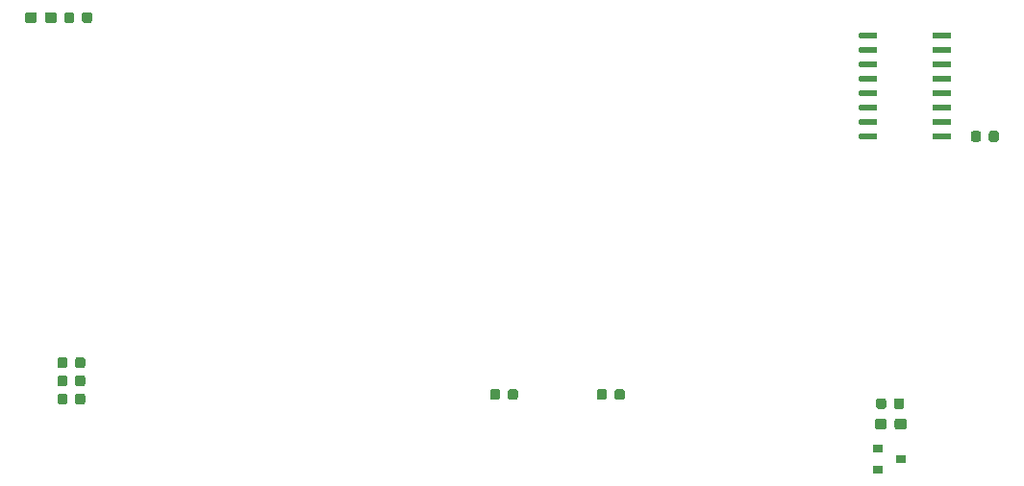
<source format=gbr>
G04 #@! TF.GenerationSoftware,KiCad,Pcbnew,(5.1.4)-1*
G04 #@! TF.CreationDate,2019-11-14T13:23:43+09:00*
G04 #@! TF.ProjectId,BT_speaker,42545f73-7065-4616-9b65-722e6b696361,rev?*
G04 #@! TF.SameCoordinates,Original*
G04 #@! TF.FileFunction,Paste,Top*
G04 #@! TF.FilePolarity,Positive*
%FSLAX46Y46*%
G04 Gerber Fmt 4.6, Leading zero omitted, Abs format (unit mm)*
G04 Created by KiCad (PCBNEW (5.1.4)-1) date 2019-11-14 13:23:43*
%MOMM*%
%LPD*%
G04 APERTURE LIST*
%ADD10R,0.900000X0.800000*%
%ADD11C,0.100000*%
%ADD12C,0.875000*%
%ADD13C,0.950000*%
%ADD14C,0.550000*%
G04 APERTURE END LIST*
D10*
X122350000Y-106500000D03*
X120350000Y-107450000D03*
X120350000Y-105550000D03*
D11*
G36*
X50327691Y-99126053D02*
G01*
X50348926Y-99129203D01*
X50369750Y-99134419D01*
X50389962Y-99141651D01*
X50409368Y-99150830D01*
X50427781Y-99161866D01*
X50445024Y-99174654D01*
X50460930Y-99189070D01*
X50475346Y-99204976D01*
X50488134Y-99222219D01*
X50499170Y-99240632D01*
X50508349Y-99260038D01*
X50515581Y-99280250D01*
X50520797Y-99301074D01*
X50523947Y-99322309D01*
X50525000Y-99343750D01*
X50525000Y-99856250D01*
X50523947Y-99877691D01*
X50520797Y-99898926D01*
X50515581Y-99919750D01*
X50508349Y-99939962D01*
X50499170Y-99959368D01*
X50488134Y-99977781D01*
X50475346Y-99995024D01*
X50460930Y-100010930D01*
X50445024Y-100025346D01*
X50427781Y-100038134D01*
X50409368Y-100049170D01*
X50389962Y-100058349D01*
X50369750Y-100065581D01*
X50348926Y-100070797D01*
X50327691Y-100073947D01*
X50306250Y-100075000D01*
X49868750Y-100075000D01*
X49847309Y-100073947D01*
X49826074Y-100070797D01*
X49805250Y-100065581D01*
X49785038Y-100058349D01*
X49765632Y-100049170D01*
X49747219Y-100038134D01*
X49729976Y-100025346D01*
X49714070Y-100010930D01*
X49699654Y-99995024D01*
X49686866Y-99977781D01*
X49675830Y-99959368D01*
X49666651Y-99939962D01*
X49659419Y-99919750D01*
X49654203Y-99898926D01*
X49651053Y-99877691D01*
X49650000Y-99856250D01*
X49650000Y-99343750D01*
X49651053Y-99322309D01*
X49654203Y-99301074D01*
X49659419Y-99280250D01*
X49666651Y-99260038D01*
X49675830Y-99240632D01*
X49686866Y-99222219D01*
X49699654Y-99204976D01*
X49714070Y-99189070D01*
X49729976Y-99174654D01*
X49747219Y-99161866D01*
X49765632Y-99150830D01*
X49785038Y-99141651D01*
X49805250Y-99134419D01*
X49826074Y-99129203D01*
X49847309Y-99126053D01*
X49868750Y-99125000D01*
X50306250Y-99125000D01*
X50327691Y-99126053D01*
X50327691Y-99126053D01*
G37*
D12*
X50087500Y-99600000D03*
D11*
G36*
X48752691Y-99126053D02*
G01*
X48773926Y-99129203D01*
X48794750Y-99134419D01*
X48814962Y-99141651D01*
X48834368Y-99150830D01*
X48852781Y-99161866D01*
X48870024Y-99174654D01*
X48885930Y-99189070D01*
X48900346Y-99204976D01*
X48913134Y-99222219D01*
X48924170Y-99240632D01*
X48933349Y-99260038D01*
X48940581Y-99280250D01*
X48945797Y-99301074D01*
X48948947Y-99322309D01*
X48950000Y-99343750D01*
X48950000Y-99856250D01*
X48948947Y-99877691D01*
X48945797Y-99898926D01*
X48940581Y-99919750D01*
X48933349Y-99939962D01*
X48924170Y-99959368D01*
X48913134Y-99977781D01*
X48900346Y-99995024D01*
X48885930Y-100010930D01*
X48870024Y-100025346D01*
X48852781Y-100038134D01*
X48834368Y-100049170D01*
X48814962Y-100058349D01*
X48794750Y-100065581D01*
X48773926Y-100070797D01*
X48752691Y-100073947D01*
X48731250Y-100075000D01*
X48293750Y-100075000D01*
X48272309Y-100073947D01*
X48251074Y-100070797D01*
X48230250Y-100065581D01*
X48210038Y-100058349D01*
X48190632Y-100049170D01*
X48172219Y-100038134D01*
X48154976Y-100025346D01*
X48139070Y-100010930D01*
X48124654Y-99995024D01*
X48111866Y-99977781D01*
X48100830Y-99959368D01*
X48091651Y-99939962D01*
X48084419Y-99919750D01*
X48079203Y-99898926D01*
X48076053Y-99877691D01*
X48075000Y-99856250D01*
X48075000Y-99343750D01*
X48076053Y-99322309D01*
X48079203Y-99301074D01*
X48084419Y-99280250D01*
X48091651Y-99260038D01*
X48100830Y-99240632D01*
X48111866Y-99222219D01*
X48124654Y-99204976D01*
X48139070Y-99189070D01*
X48154976Y-99174654D01*
X48172219Y-99161866D01*
X48190632Y-99150830D01*
X48210038Y-99141651D01*
X48230250Y-99134419D01*
X48251074Y-99129203D01*
X48272309Y-99126053D01*
X48293750Y-99125000D01*
X48731250Y-99125000D01*
X48752691Y-99126053D01*
X48752691Y-99126053D01*
G37*
D12*
X48512500Y-99600000D03*
D11*
G36*
X48752691Y-100726053D02*
G01*
X48773926Y-100729203D01*
X48794750Y-100734419D01*
X48814962Y-100741651D01*
X48834368Y-100750830D01*
X48852781Y-100761866D01*
X48870024Y-100774654D01*
X48885930Y-100789070D01*
X48900346Y-100804976D01*
X48913134Y-100822219D01*
X48924170Y-100840632D01*
X48933349Y-100860038D01*
X48940581Y-100880250D01*
X48945797Y-100901074D01*
X48948947Y-100922309D01*
X48950000Y-100943750D01*
X48950000Y-101456250D01*
X48948947Y-101477691D01*
X48945797Y-101498926D01*
X48940581Y-101519750D01*
X48933349Y-101539962D01*
X48924170Y-101559368D01*
X48913134Y-101577781D01*
X48900346Y-101595024D01*
X48885930Y-101610930D01*
X48870024Y-101625346D01*
X48852781Y-101638134D01*
X48834368Y-101649170D01*
X48814962Y-101658349D01*
X48794750Y-101665581D01*
X48773926Y-101670797D01*
X48752691Y-101673947D01*
X48731250Y-101675000D01*
X48293750Y-101675000D01*
X48272309Y-101673947D01*
X48251074Y-101670797D01*
X48230250Y-101665581D01*
X48210038Y-101658349D01*
X48190632Y-101649170D01*
X48172219Y-101638134D01*
X48154976Y-101625346D01*
X48139070Y-101610930D01*
X48124654Y-101595024D01*
X48111866Y-101577781D01*
X48100830Y-101559368D01*
X48091651Y-101539962D01*
X48084419Y-101519750D01*
X48079203Y-101498926D01*
X48076053Y-101477691D01*
X48075000Y-101456250D01*
X48075000Y-100943750D01*
X48076053Y-100922309D01*
X48079203Y-100901074D01*
X48084419Y-100880250D01*
X48091651Y-100860038D01*
X48100830Y-100840632D01*
X48111866Y-100822219D01*
X48124654Y-100804976D01*
X48139070Y-100789070D01*
X48154976Y-100774654D01*
X48172219Y-100761866D01*
X48190632Y-100750830D01*
X48210038Y-100741651D01*
X48230250Y-100734419D01*
X48251074Y-100729203D01*
X48272309Y-100726053D01*
X48293750Y-100725000D01*
X48731250Y-100725000D01*
X48752691Y-100726053D01*
X48752691Y-100726053D01*
G37*
D12*
X48512500Y-101200000D03*
D11*
G36*
X50327691Y-100726053D02*
G01*
X50348926Y-100729203D01*
X50369750Y-100734419D01*
X50389962Y-100741651D01*
X50409368Y-100750830D01*
X50427781Y-100761866D01*
X50445024Y-100774654D01*
X50460930Y-100789070D01*
X50475346Y-100804976D01*
X50488134Y-100822219D01*
X50499170Y-100840632D01*
X50508349Y-100860038D01*
X50515581Y-100880250D01*
X50520797Y-100901074D01*
X50523947Y-100922309D01*
X50525000Y-100943750D01*
X50525000Y-101456250D01*
X50523947Y-101477691D01*
X50520797Y-101498926D01*
X50515581Y-101519750D01*
X50508349Y-101539962D01*
X50499170Y-101559368D01*
X50488134Y-101577781D01*
X50475346Y-101595024D01*
X50460930Y-101610930D01*
X50445024Y-101625346D01*
X50427781Y-101638134D01*
X50409368Y-101649170D01*
X50389962Y-101658349D01*
X50369750Y-101665581D01*
X50348926Y-101670797D01*
X50327691Y-101673947D01*
X50306250Y-101675000D01*
X49868750Y-101675000D01*
X49847309Y-101673947D01*
X49826074Y-101670797D01*
X49805250Y-101665581D01*
X49785038Y-101658349D01*
X49765632Y-101649170D01*
X49747219Y-101638134D01*
X49729976Y-101625346D01*
X49714070Y-101610930D01*
X49699654Y-101595024D01*
X49686866Y-101577781D01*
X49675830Y-101559368D01*
X49666651Y-101539962D01*
X49659419Y-101519750D01*
X49654203Y-101498926D01*
X49651053Y-101477691D01*
X49650000Y-101456250D01*
X49650000Y-100943750D01*
X49651053Y-100922309D01*
X49654203Y-100901074D01*
X49659419Y-100880250D01*
X49666651Y-100860038D01*
X49675830Y-100840632D01*
X49686866Y-100822219D01*
X49699654Y-100804976D01*
X49714070Y-100789070D01*
X49729976Y-100774654D01*
X49747219Y-100761866D01*
X49765632Y-100750830D01*
X49785038Y-100741651D01*
X49805250Y-100734419D01*
X49826074Y-100729203D01*
X49847309Y-100726053D01*
X49868750Y-100725000D01*
X50306250Y-100725000D01*
X50327691Y-100726053D01*
X50327691Y-100726053D01*
G37*
D12*
X50087500Y-101200000D03*
D11*
G36*
X50327691Y-97531054D02*
G01*
X50348926Y-97534204D01*
X50369750Y-97539420D01*
X50389962Y-97546652D01*
X50409368Y-97555831D01*
X50427781Y-97566867D01*
X50445024Y-97579655D01*
X50460930Y-97594071D01*
X50475346Y-97609977D01*
X50488134Y-97627220D01*
X50499170Y-97645633D01*
X50508349Y-97665039D01*
X50515581Y-97685251D01*
X50520797Y-97706075D01*
X50523947Y-97727310D01*
X50525000Y-97748751D01*
X50525000Y-98261251D01*
X50523947Y-98282692D01*
X50520797Y-98303927D01*
X50515581Y-98324751D01*
X50508349Y-98344963D01*
X50499170Y-98364369D01*
X50488134Y-98382782D01*
X50475346Y-98400025D01*
X50460930Y-98415931D01*
X50445024Y-98430347D01*
X50427781Y-98443135D01*
X50409368Y-98454171D01*
X50389962Y-98463350D01*
X50369750Y-98470582D01*
X50348926Y-98475798D01*
X50327691Y-98478948D01*
X50306250Y-98480001D01*
X49868750Y-98480001D01*
X49847309Y-98478948D01*
X49826074Y-98475798D01*
X49805250Y-98470582D01*
X49785038Y-98463350D01*
X49765632Y-98454171D01*
X49747219Y-98443135D01*
X49729976Y-98430347D01*
X49714070Y-98415931D01*
X49699654Y-98400025D01*
X49686866Y-98382782D01*
X49675830Y-98364369D01*
X49666651Y-98344963D01*
X49659419Y-98324751D01*
X49654203Y-98303927D01*
X49651053Y-98282692D01*
X49650000Y-98261251D01*
X49650000Y-97748751D01*
X49651053Y-97727310D01*
X49654203Y-97706075D01*
X49659419Y-97685251D01*
X49666651Y-97665039D01*
X49675830Y-97645633D01*
X49686866Y-97627220D01*
X49699654Y-97609977D01*
X49714070Y-97594071D01*
X49729976Y-97579655D01*
X49747219Y-97566867D01*
X49765632Y-97555831D01*
X49785038Y-97546652D01*
X49805250Y-97539420D01*
X49826074Y-97534204D01*
X49847309Y-97531054D01*
X49868750Y-97530001D01*
X50306250Y-97530001D01*
X50327691Y-97531054D01*
X50327691Y-97531054D01*
G37*
D12*
X50087500Y-98005001D03*
D11*
G36*
X48752691Y-97531054D02*
G01*
X48773926Y-97534204D01*
X48794750Y-97539420D01*
X48814962Y-97546652D01*
X48834368Y-97555831D01*
X48852781Y-97566867D01*
X48870024Y-97579655D01*
X48885930Y-97594071D01*
X48900346Y-97609977D01*
X48913134Y-97627220D01*
X48924170Y-97645633D01*
X48933349Y-97665039D01*
X48940581Y-97685251D01*
X48945797Y-97706075D01*
X48948947Y-97727310D01*
X48950000Y-97748751D01*
X48950000Y-98261251D01*
X48948947Y-98282692D01*
X48945797Y-98303927D01*
X48940581Y-98324751D01*
X48933349Y-98344963D01*
X48924170Y-98364369D01*
X48913134Y-98382782D01*
X48900346Y-98400025D01*
X48885930Y-98415931D01*
X48870024Y-98430347D01*
X48852781Y-98443135D01*
X48834368Y-98454171D01*
X48814962Y-98463350D01*
X48794750Y-98470582D01*
X48773926Y-98475798D01*
X48752691Y-98478948D01*
X48731250Y-98480001D01*
X48293750Y-98480001D01*
X48272309Y-98478948D01*
X48251074Y-98475798D01*
X48230250Y-98470582D01*
X48210038Y-98463350D01*
X48190632Y-98454171D01*
X48172219Y-98443135D01*
X48154976Y-98430347D01*
X48139070Y-98415931D01*
X48124654Y-98400025D01*
X48111866Y-98382782D01*
X48100830Y-98364369D01*
X48091651Y-98344963D01*
X48084419Y-98324751D01*
X48079203Y-98303927D01*
X48076053Y-98282692D01*
X48075000Y-98261251D01*
X48075000Y-97748751D01*
X48076053Y-97727310D01*
X48079203Y-97706075D01*
X48084419Y-97685251D01*
X48091651Y-97665039D01*
X48100830Y-97645633D01*
X48111866Y-97627220D01*
X48124654Y-97609977D01*
X48139070Y-97594071D01*
X48154976Y-97579655D01*
X48172219Y-97566867D01*
X48190632Y-97555831D01*
X48210038Y-97546652D01*
X48230250Y-97539420D01*
X48251074Y-97534204D01*
X48272309Y-97531054D01*
X48293750Y-97530001D01*
X48731250Y-97530001D01*
X48752691Y-97531054D01*
X48752691Y-97531054D01*
G37*
D12*
X48512500Y-98005001D03*
D11*
G36*
X46055780Y-67101144D02*
G01*
X46078835Y-67104563D01*
X46101444Y-67110227D01*
X46123388Y-67118079D01*
X46144458Y-67128044D01*
X46164449Y-67140026D01*
X46183169Y-67153910D01*
X46200439Y-67169562D01*
X46216091Y-67186832D01*
X46229975Y-67205552D01*
X46241957Y-67225543D01*
X46251922Y-67246613D01*
X46259774Y-67268557D01*
X46265438Y-67291166D01*
X46268857Y-67314221D01*
X46270001Y-67337500D01*
X46270001Y-67812500D01*
X46268857Y-67835779D01*
X46265438Y-67858834D01*
X46259774Y-67881443D01*
X46251922Y-67903387D01*
X46241957Y-67924457D01*
X46229975Y-67944448D01*
X46216091Y-67963168D01*
X46200439Y-67980438D01*
X46183169Y-67996090D01*
X46164449Y-68009974D01*
X46144458Y-68021956D01*
X46123388Y-68031921D01*
X46101444Y-68039773D01*
X46078835Y-68045437D01*
X46055780Y-68048856D01*
X46032501Y-68050000D01*
X45457501Y-68050000D01*
X45434222Y-68048856D01*
X45411167Y-68045437D01*
X45388558Y-68039773D01*
X45366614Y-68031921D01*
X45345544Y-68021956D01*
X45325553Y-68009974D01*
X45306833Y-67996090D01*
X45289563Y-67980438D01*
X45273911Y-67963168D01*
X45260027Y-67944448D01*
X45248045Y-67924457D01*
X45238080Y-67903387D01*
X45230228Y-67881443D01*
X45224564Y-67858834D01*
X45221145Y-67835779D01*
X45220001Y-67812500D01*
X45220001Y-67337500D01*
X45221145Y-67314221D01*
X45224564Y-67291166D01*
X45230228Y-67268557D01*
X45238080Y-67246613D01*
X45248045Y-67225543D01*
X45260027Y-67205552D01*
X45273911Y-67186832D01*
X45289563Y-67169562D01*
X45306833Y-67153910D01*
X45325553Y-67140026D01*
X45345544Y-67128044D01*
X45366614Y-67118079D01*
X45388558Y-67110227D01*
X45411167Y-67104563D01*
X45434222Y-67101144D01*
X45457501Y-67100000D01*
X46032501Y-67100000D01*
X46055780Y-67101144D01*
X46055780Y-67101144D01*
G37*
D13*
X45745001Y-67575000D03*
D11*
G36*
X47805780Y-67101144D02*
G01*
X47828835Y-67104563D01*
X47851444Y-67110227D01*
X47873388Y-67118079D01*
X47894458Y-67128044D01*
X47914449Y-67140026D01*
X47933169Y-67153910D01*
X47950439Y-67169562D01*
X47966091Y-67186832D01*
X47979975Y-67205552D01*
X47991957Y-67225543D01*
X48001922Y-67246613D01*
X48009774Y-67268557D01*
X48015438Y-67291166D01*
X48018857Y-67314221D01*
X48020001Y-67337500D01*
X48020001Y-67812500D01*
X48018857Y-67835779D01*
X48015438Y-67858834D01*
X48009774Y-67881443D01*
X48001922Y-67903387D01*
X47991957Y-67924457D01*
X47979975Y-67944448D01*
X47966091Y-67963168D01*
X47950439Y-67980438D01*
X47933169Y-67996090D01*
X47914449Y-68009974D01*
X47894458Y-68021956D01*
X47873388Y-68031921D01*
X47851444Y-68039773D01*
X47828835Y-68045437D01*
X47805780Y-68048856D01*
X47782501Y-68050000D01*
X47207501Y-68050000D01*
X47184222Y-68048856D01*
X47161167Y-68045437D01*
X47138558Y-68039773D01*
X47116614Y-68031921D01*
X47095544Y-68021956D01*
X47075553Y-68009974D01*
X47056833Y-67996090D01*
X47039563Y-67980438D01*
X47023911Y-67963168D01*
X47010027Y-67944448D01*
X46998045Y-67924457D01*
X46988080Y-67903387D01*
X46980228Y-67881443D01*
X46974564Y-67858834D01*
X46971145Y-67835779D01*
X46970001Y-67812500D01*
X46970001Y-67337500D01*
X46971145Y-67314221D01*
X46974564Y-67291166D01*
X46980228Y-67268557D01*
X46988080Y-67246613D01*
X46998045Y-67225543D01*
X47010027Y-67205552D01*
X47023911Y-67186832D01*
X47039563Y-67169562D01*
X47056833Y-67153910D01*
X47075553Y-67140026D01*
X47095544Y-67128044D01*
X47116614Y-67118079D01*
X47138558Y-67110227D01*
X47161167Y-67104563D01*
X47184222Y-67101144D01*
X47207501Y-67100000D01*
X47782501Y-67100000D01*
X47805780Y-67101144D01*
X47805780Y-67101144D01*
G37*
D13*
X47495001Y-67575000D03*
D11*
G36*
X120885779Y-102926144D02*
G01*
X120908834Y-102929563D01*
X120931443Y-102935227D01*
X120953387Y-102943079D01*
X120974457Y-102953044D01*
X120994448Y-102965026D01*
X121013168Y-102978910D01*
X121030438Y-102994562D01*
X121046090Y-103011832D01*
X121059974Y-103030552D01*
X121071956Y-103050543D01*
X121081921Y-103071613D01*
X121089773Y-103093557D01*
X121095437Y-103116166D01*
X121098856Y-103139221D01*
X121100000Y-103162500D01*
X121100000Y-103637500D01*
X121098856Y-103660779D01*
X121095437Y-103683834D01*
X121089773Y-103706443D01*
X121081921Y-103728387D01*
X121071956Y-103749457D01*
X121059974Y-103769448D01*
X121046090Y-103788168D01*
X121030438Y-103805438D01*
X121013168Y-103821090D01*
X120994448Y-103834974D01*
X120974457Y-103846956D01*
X120953387Y-103856921D01*
X120931443Y-103864773D01*
X120908834Y-103870437D01*
X120885779Y-103873856D01*
X120862500Y-103875000D01*
X120287500Y-103875000D01*
X120264221Y-103873856D01*
X120241166Y-103870437D01*
X120218557Y-103864773D01*
X120196613Y-103856921D01*
X120175543Y-103846956D01*
X120155552Y-103834974D01*
X120136832Y-103821090D01*
X120119562Y-103805438D01*
X120103910Y-103788168D01*
X120090026Y-103769448D01*
X120078044Y-103749457D01*
X120068079Y-103728387D01*
X120060227Y-103706443D01*
X120054563Y-103683834D01*
X120051144Y-103660779D01*
X120050000Y-103637500D01*
X120050000Y-103162500D01*
X120051144Y-103139221D01*
X120054563Y-103116166D01*
X120060227Y-103093557D01*
X120068079Y-103071613D01*
X120078044Y-103050543D01*
X120090026Y-103030552D01*
X120103910Y-103011832D01*
X120119562Y-102994562D01*
X120136832Y-102978910D01*
X120155552Y-102965026D01*
X120175543Y-102953044D01*
X120196613Y-102943079D01*
X120218557Y-102935227D01*
X120241166Y-102929563D01*
X120264221Y-102926144D01*
X120287500Y-102925000D01*
X120862500Y-102925000D01*
X120885779Y-102926144D01*
X120885779Y-102926144D01*
G37*
D13*
X120575000Y-103400000D03*
D11*
G36*
X122635779Y-102926144D02*
G01*
X122658834Y-102929563D01*
X122681443Y-102935227D01*
X122703387Y-102943079D01*
X122724457Y-102953044D01*
X122744448Y-102965026D01*
X122763168Y-102978910D01*
X122780438Y-102994562D01*
X122796090Y-103011832D01*
X122809974Y-103030552D01*
X122821956Y-103050543D01*
X122831921Y-103071613D01*
X122839773Y-103093557D01*
X122845437Y-103116166D01*
X122848856Y-103139221D01*
X122850000Y-103162500D01*
X122850000Y-103637500D01*
X122848856Y-103660779D01*
X122845437Y-103683834D01*
X122839773Y-103706443D01*
X122831921Y-103728387D01*
X122821956Y-103749457D01*
X122809974Y-103769448D01*
X122796090Y-103788168D01*
X122780438Y-103805438D01*
X122763168Y-103821090D01*
X122744448Y-103834974D01*
X122724457Y-103846956D01*
X122703387Y-103856921D01*
X122681443Y-103864773D01*
X122658834Y-103870437D01*
X122635779Y-103873856D01*
X122612500Y-103875000D01*
X122037500Y-103875000D01*
X122014221Y-103873856D01*
X121991166Y-103870437D01*
X121968557Y-103864773D01*
X121946613Y-103856921D01*
X121925543Y-103846956D01*
X121905552Y-103834974D01*
X121886832Y-103821090D01*
X121869562Y-103805438D01*
X121853910Y-103788168D01*
X121840026Y-103769448D01*
X121828044Y-103749457D01*
X121818079Y-103728387D01*
X121810227Y-103706443D01*
X121804563Y-103683834D01*
X121801144Y-103660779D01*
X121800000Y-103637500D01*
X121800000Y-103162500D01*
X121801144Y-103139221D01*
X121804563Y-103116166D01*
X121810227Y-103093557D01*
X121818079Y-103071613D01*
X121828044Y-103050543D01*
X121840026Y-103030552D01*
X121853910Y-103011832D01*
X121869562Y-102994562D01*
X121886832Y-102978910D01*
X121905552Y-102965026D01*
X121925543Y-102953044D01*
X121946613Y-102943079D01*
X121968557Y-102935227D01*
X121991166Y-102929563D01*
X122014221Y-102926144D01*
X122037500Y-102925000D01*
X122612500Y-102925000D01*
X122635779Y-102926144D01*
X122635779Y-102926144D01*
G37*
D13*
X122325000Y-103400000D03*
D11*
G36*
X88427691Y-100326053D02*
G01*
X88448926Y-100329203D01*
X88469750Y-100334419D01*
X88489962Y-100341651D01*
X88509368Y-100350830D01*
X88527781Y-100361866D01*
X88545024Y-100374654D01*
X88560930Y-100389070D01*
X88575346Y-100404976D01*
X88588134Y-100422219D01*
X88599170Y-100440632D01*
X88608349Y-100460038D01*
X88615581Y-100480250D01*
X88620797Y-100501074D01*
X88623947Y-100522309D01*
X88625000Y-100543750D01*
X88625000Y-101056250D01*
X88623947Y-101077691D01*
X88620797Y-101098926D01*
X88615581Y-101119750D01*
X88608349Y-101139962D01*
X88599170Y-101159368D01*
X88588134Y-101177781D01*
X88575346Y-101195024D01*
X88560930Y-101210930D01*
X88545024Y-101225346D01*
X88527781Y-101238134D01*
X88509368Y-101249170D01*
X88489962Y-101258349D01*
X88469750Y-101265581D01*
X88448926Y-101270797D01*
X88427691Y-101273947D01*
X88406250Y-101275000D01*
X87968750Y-101275000D01*
X87947309Y-101273947D01*
X87926074Y-101270797D01*
X87905250Y-101265581D01*
X87885038Y-101258349D01*
X87865632Y-101249170D01*
X87847219Y-101238134D01*
X87829976Y-101225346D01*
X87814070Y-101210930D01*
X87799654Y-101195024D01*
X87786866Y-101177781D01*
X87775830Y-101159368D01*
X87766651Y-101139962D01*
X87759419Y-101119750D01*
X87754203Y-101098926D01*
X87751053Y-101077691D01*
X87750000Y-101056250D01*
X87750000Y-100543750D01*
X87751053Y-100522309D01*
X87754203Y-100501074D01*
X87759419Y-100480250D01*
X87766651Y-100460038D01*
X87775830Y-100440632D01*
X87786866Y-100422219D01*
X87799654Y-100404976D01*
X87814070Y-100389070D01*
X87829976Y-100374654D01*
X87847219Y-100361866D01*
X87865632Y-100350830D01*
X87885038Y-100341651D01*
X87905250Y-100334419D01*
X87926074Y-100329203D01*
X87947309Y-100326053D01*
X87968750Y-100325000D01*
X88406250Y-100325000D01*
X88427691Y-100326053D01*
X88427691Y-100326053D01*
G37*
D12*
X88187500Y-100800000D03*
D11*
G36*
X86852691Y-100326053D02*
G01*
X86873926Y-100329203D01*
X86894750Y-100334419D01*
X86914962Y-100341651D01*
X86934368Y-100350830D01*
X86952781Y-100361866D01*
X86970024Y-100374654D01*
X86985930Y-100389070D01*
X87000346Y-100404976D01*
X87013134Y-100422219D01*
X87024170Y-100440632D01*
X87033349Y-100460038D01*
X87040581Y-100480250D01*
X87045797Y-100501074D01*
X87048947Y-100522309D01*
X87050000Y-100543750D01*
X87050000Y-101056250D01*
X87048947Y-101077691D01*
X87045797Y-101098926D01*
X87040581Y-101119750D01*
X87033349Y-101139962D01*
X87024170Y-101159368D01*
X87013134Y-101177781D01*
X87000346Y-101195024D01*
X86985930Y-101210930D01*
X86970024Y-101225346D01*
X86952781Y-101238134D01*
X86934368Y-101249170D01*
X86914962Y-101258349D01*
X86894750Y-101265581D01*
X86873926Y-101270797D01*
X86852691Y-101273947D01*
X86831250Y-101275000D01*
X86393750Y-101275000D01*
X86372309Y-101273947D01*
X86351074Y-101270797D01*
X86330250Y-101265581D01*
X86310038Y-101258349D01*
X86290632Y-101249170D01*
X86272219Y-101238134D01*
X86254976Y-101225346D01*
X86239070Y-101210930D01*
X86224654Y-101195024D01*
X86211866Y-101177781D01*
X86200830Y-101159368D01*
X86191651Y-101139962D01*
X86184419Y-101119750D01*
X86179203Y-101098926D01*
X86176053Y-101077691D01*
X86175000Y-101056250D01*
X86175000Y-100543750D01*
X86176053Y-100522309D01*
X86179203Y-100501074D01*
X86184419Y-100480250D01*
X86191651Y-100460038D01*
X86200830Y-100440632D01*
X86211866Y-100422219D01*
X86224654Y-100404976D01*
X86239070Y-100389070D01*
X86254976Y-100374654D01*
X86272219Y-100361866D01*
X86290632Y-100350830D01*
X86310038Y-100341651D01*
X86330250Y-100334419D01*
X86351074Y-100329203D01*
X86372309Y-100326053D01*
X86393750Y-100325000D01*
X86831250Y-100325000D01*
X86852691Y-100326053D01*
X86852691Y-100326053D01*
G37*
D12*
X86612500Y-100800000D03*
D11*
G36*
X49352691Y-67101053D02*
G01*
X49373926Y-67104203D01*
X49394750Y-67109419D01*
X49414962Y-67116651D01*
X49434368Y-67125830D01*
X49452781Y-67136866D01*
X49470024Y-67149654D01*
X49485930Y-67164070D01*
X49500346Y-67179976D01*
X49513134Y-67197219D01*
X49524170Y-67215632D01*
X49533349Y-67235038D01*
X49540581Y-67255250D01*
X49545797Y-67276074D01*
X49548947Y-67297309D01*
X49550000Y-67318750D01*
X49550000Y-67831250D01*
X49548947Y-67852691D01*
X49545797Y-67873926D01*
X49540581Y-67894750D01*
X49533349Y-67914962D01*
X49524170Y-67934368D01*
X49513134Y-67952781D01*
X49500346Y-67970024D01*
X49485930Y-67985930D01*
X49470024Y-68000346D01*
X49452781Y-68013134D01*
X49434368Y-68024170D01*
X49414962Y-68033349D01*
X49394750Y-68040581D01*
X49373926Y-68045797D01*
X49352691Y-68048947D01*
X49331250Y-68050000D01*
X48893750Y-68050000D01*
X48872309Y-68048947D01*
X48851074Y-68045797D01*
X48830250Y-68040581D01*
X48810038Y-68033349D01*
X48790632Y-68024170D01*
X48772219Y-68013134D01*
X48754976Y-68000346D01*
X48739070Y-67985930D01*
X48724654Y-67970024D01*
X48711866Y-67952781D01*
X48700830Y-67934368D01*
X48691651Y-67914962D01*
X48684419Y-67894750D01*
X48679203Y-67873926D01*
X48676053Y-67852691D01*
X48675000Y-67831250D01*
X48675000Y-67318750D01*
X48676053Y-67297309D01*
X48679203Y-67276074D01*
X48684419Y-67255250D01*
X48691651Y-67235038D01*
X48700830Y-67215632D01*
X48711866Y-67197219D01*
X48724654Y-67179976D01*
X48739070Y-67164070D01*
X48754976Y-67149654D01*
X48772219Y-67136866D01*
X48790632Y-67125830D01*
X48810038Y-67116651D01*
X48830250Y-67109419D01*
X48851074Y-67104203D01*
X48872309Y-67101053D01*
X48893750Y-67100000D01*
X49331250Y-67100000D01*
X49352691Y-67101053D01*
X49352691Y-67101053D01*
G37*
D12*
X49112500Y-67575000D03*
D11*
G36*
X50927691Y-67101053D02*
G01*
X50948926Y-67104203D01*
X50969750Y-67109419D01*
X50989962Y-67116651D01*
X51009368Y-67125830D01*
X51027781Y-67136866D01*
X51045024Y-67149654D01*
X51060930Y-67164070D01*
X51075346Y-67179976D01*
X51088134Y-67197219D01*
X51099170Y-67215632D01*
X51108349Y-67235038D01*
X51115581Y-67255250D01*
X51120797Y-67276074D01*
X51123947Y-67297309D01*
X51125000Y-67318750D01*
X51125000Y-67831250D01*
X51123947Y-67852691D01*
X51120797Y-67873926D01*
X51115581Y-67894750D01*
X51108349Y-67914962D01*
X51099170Y-67934368D01*
X51088134Y-67952781D01*
X51075346Y-67970024D01*
X51060930Y-67985930D01*
X51045024Y-68000346D01*
X51027781Y-68013134D01*
X51009368Y-68024170D01*
X50989962Y-68033349D01*
X50969750Y-68040581D01*
X50948926Y-68045797D01*
X50927691Y-68048947D01*
X50906250Y-68050000D01*
X50468750Y-68050000D01*
X50447309Y-68048947D01*
X50426074Y-68045797D01*
X50405250Y-68040581D01*
X50385038Y-68033349D01*
X50365632Y-68024170D01*
X50347219Y-68013134D01*
X50329976Y-68000346D01*
X50314070Y-67985930D01*
X50299654Y-67970024D01*
X50286866Y-67952781D01*
X50275830Y-67934368D01*
X50266651Y-67914962D01*
X50259419Y-67894750D01*
X50254203Y-67873926D01*
X50251053Y-67852691D01*
X50250000Y-67831250D01*
X50250000Y-67318750D01*
X50251053Y-67297309D01*
X50254203Y-67276074D01*
X50259419Y-67255250D01*
X50266651Y-67235038D01*
X50275830Y-67215632D01*
X50286866Y-67197219D01*
X50299654Y-67179976D01*
X50314070Y-67164070D01*
X50329976Y-67149654D01*
X50347219Y-67136866D01*
X50365632Y-67125830D01*
X50385038Y-67116651D01*
X50405250Y-67109419D01*
X50426074Y-67104203D01*
X50447309Y-67101053D01*
X50468750Y-67100000D01*
X50906250Y-67100000D01*
X50927691Y-67101053D01*
X50927691Y-67101053D01*
G37*
D12*
X50687500Y-67575000D03*
D11*
G36*
X130777691Y-77576053D02*
G01*
X130798926Y-77579203D01*
X130819750Y-77584419D01*
X130839962Y-77591651D01*
X130859368Y-77600830D01*
X130877781Y-77611866D01*
X130895024Y-77624654D01*
X130910930Y-77639070D01*
X130925346Y-77654976D01*
X130938134Y-77672219D01*
X130949170Y-77690632D01*
X130958349Y-77710038D01*
X130965581Y-77730250D01*
X130970797Y-77751074D01*
X130973947Y-77772309D01*
X130975000Y-77793750D01*
X130975000Y-78306250D01*
X130973947Y-78327691D01*
X130970797Y-78348926D01*
X130965581Y-78369750D01*
X130958349Y-78389962D01*
X130949170Y-78409368D01*
X130938134Y-78427781D01*
X130925346Y-78445024D01*
X130910930Y-78460930D01*
X130895024Y-78475346D01*
X130877781Y-78488134D01*
X130859368Y-78499170D01*
X130839962Y-78508349D01*
X130819750Y-78515581D01*
X130798926Y-78520797D01*
X130777691Y-78523947D01*
X130756250Y-78525000D01*
X130318750Y-78525000D01*
X130297309Y-78523947D01*
X130276074Y-78520797D01*
X130255250Y-78515581D01*
X130235038Y-78508349D01*
X130215632Y-78499170D01*
X130197219Y-78488134D01*
X130179976Y-78475346D01*
X130164070Y-78460930D01*
X130149654Y-78445024D01*
X130136866Y-78427781D01*
X130125830Y-78409368D01*
X130116651Y-78389962D01*
X130109419Y-78369750D01*
X130104203Y-78348926D01*
X130101053Y-78327691D01*
X130100000Y-78306250D01*
X130100000Y-77793750D01*
X130101053Y-77772309D01*
X130104203Y-77751074D01*
X130109419Y-77730250D01*
X130116651Y-77710038D01*
X130125830Y-77690632D01*
X130136866Y-77672219D01*
X130149654Y-77654976D01*
X130164070Y-77639070D01*
X130179976Y-77624654D01*
X130197219Y-77611866D01*
X130215632Y-77600830D01*
X130235038Y-77591651D01*
X130255250Y-77584419D01*
X130276074Y-77579203D01*
X130297309Y-77576053D01*
X130318750Y-77575000D01*
X130756250Y-77575000D01*
X130777691Y-77576053D01*
X130777691Y-77576053D01*
G37*
D12*
X130537500Y-78050000D03*
D11*
G36*
X129202691Y-77576053D02*
G01*
X129223926Y-77579203D01*
X129244750Y-77584419D01*
X129264962Y-77591651D01*
X129284368Y-77600830D01*
X129302781Y-77611866D01*
X129320024Y-77624654D01*
X129335930Y-77639070D01*
X129350346Y-77654976D01*
X129363134Y-77672219D01*
X129374170Y-77690632D01*
X129383349Y-77710038D01*
X129390581Y-77730250D01*
X129395797Y-77751074D01*
X129398947Y-77772309D01*
X129400000Y-77793750D01*
X129400000Y-78306250D01*
X129398947Y-78327691D01*
X129395797Y-78348926D01*
X129390581Y-78369750D01*
X129383349Y-78389962D01*
X129374170Y-78409368D01*
X129363134Y-78427781D01*
X129350346Y-78445024D01*
X129335930Y-78460930D01*
X129320024Y-78475346D01*
X129302781Y-78488134D01*
X129284368Y-78499170D01*
X129264962Y-78508349D01*
X129244750Y-78515581D01*
X129223926Y-78520797D01*
X129202691Y-78523947D01*
X129181250Y-78525000D01*
X128743750Y-78525000D01*
X128722309Y-78523947D01*
X128701074Y-78520797D01*
X128680250Y-78515581D01*
X128660038Y-78508349D01*
X128640632Y-78499170D01*
X128622219Y-78488134D01*
X128604976Y-78475346D01*
X128589070Y-78460930D01*
X128574654Y-78445024D01*
X128561866Y-78427781D01*
X128550830Y-78409368D01*
X128541651Y-78389962D01*
X128534419Y-78369750D01*
X128529203Y-78348926D01*
X128526053Y-78327691D01*
X128525000Y-78306250D01*
X128525000Y-77793750D01*
X128526053Y-77772309D01*
X128529203Y-77751074D01*
X128534419Y-77730250D01*
X128541651Y-77710038D01*
X128550830Y-77690632D01*
X128561866Y-77672219D01*
X128574654Y-77654976D01*
X128589070Y-77639070D01*
X128604976Y-77624654D01*
X128622219Y-77611866D01*
X128640632Y-77600830D01*
X128660038Y-77591651D01*
X128680250Y-77584419D01*
X128701074Y-77579203D01*
X128722309Y-77576053D01*
X128743750Y-77575000D01*
X129181250Y-77575000D01*
X129202691Y-77576053D01*
X129202691Y-77576053D01*
G37*
D12*
X128962500Y-78050000D03*
D11*
G36*
X122427691Y-101126053D02*
G01*
X122448926Y-101129203D01*
X122469750Y-101134419D01*
X122489962Y-101141651D01*
X122509368Y-101150830D01*
X122527781Y-101161866D01*
X122545024Y-101174654D01*
X122560930Y-101189070D01*
X122575346Y-101204976D01*
X122588134Y-101222219D01*
X122599170Y-101240632D01*
X122608349Y-101260038D01*
X122615581Y-101280250D01*
X122620797Y-101301074D01*
X122623947Y-101322309D01*
X122625000Y-101343750D01*
X122625000Y-101856250D01*
X122623947Y-101877691D01*
X122620797Y-101898926D01*
X122615581Y-101919750D01*
X122608349Y-101939962D01*
X122599170Y-101959368D01*
X122588134Y-101977781D01*
X122575346Y-101995024D01*
X122560930Y-102010930D01*
X122545024Y-102025346D01*
X122527781Y-102038134D01*
X122509368Y-102049170D01*
X122489962Y-102058349D01*
X122469750Y-102065581D01*
X122448926Y-102070797D01*
X122427691Y-102073947D01*
X122406250Y-102075000D01*
X121968750Y-102075000D01*
X121947309Y-102073947D01*
X121926074Y-102070797D01*
X121905250Y-102065581D01*
X121885038Y-102058349D01*
X121865632Y-102049170D01*
X121847219Y-102038134D01*
X121829976Y-102025346D01*
X121814070Y-102010930D01*
X121799654Y-101995024D01*
X121786866Y-101977781D01*
X121775830Y-101959368D01*
X121766651Y-101939962D01*
X121759419Y-101919750D01*
X121754203Y-101898926D01*
X121751053Y-101877691D01*
X121750000Y-101856250D01*
X121750000Y-101343750D01*
X121751053Y-101322309D01*
X121754203Y-101301074D01*
X121759419Y-101280250D01*
X121766651Y-101260038D01*
X121775830Y-101240632D01*
X121786866Y-101222219D01*
X121799654Y-101204976D01*
X121814070Y-101189070D01*
X121829976Y-101174654D01*
X121847219Y-101161866D01*
X121865632Y-101150830D01*
X121885038Y-101141651D01*
X121905250Y-101134419D01*
X121926074Y-101129203D01*
X121947309Y-101126053D01*
X121968750Y-101125000D01*
X122406250Y-101125000D01*
X122427691Y-101126053D01*
X122427691Y-101126053D01*
G37*
D12*
X122187500Y-101600000D03*
D11*
G36*
X120852691Y-101126053D02*
G01*
X120873926Y-101129203D01*
X120894750Y-101134419D01*
X120914962Y-101141651D01*
X120934368Y-101150830D01*
X120952781Y-101161866D01*
X120970024Y-101174654D01*
X120985930Y-101189070D01*
X121000346Y-101204976D01*
X121013134Y-101222219D01*
X121024170Y-101240632D01*
X121033349Y-101260038D01*
X121040581Y-101280250D01*
X121045797Y-101301074D01*
X121048947Y-101322309D01*
X121050000Y-101343750D01*
X121050000Y-101856250D01*
X121048947Y-101877691D01*
X121045797Y-101898926D01*
X121040581Y-101919750D01*
X121033349Y-101939962D01*
X121024170Y-101959368D01*
X121013134Y-101977781D01*
X121000346Y-101995024D01*
X120985930Y-102010930D01*
X120970024Y-102025346D01*
X120952781Y-102038134D01*
X120934368Y-102049170D01*
X120914962Y-102058349D01*
X120894750Y-102065581D01*
X120873926Y-102070797D01*
X120852691Y-102073947D01*
X120831250Y-102075000D01*
X120393750Y-102075000D01*
X120372309Y-102073947D01*
X120351074Y-102070797D01*
X120330250Y-102065581D01*
X120310038Y-102058349D01*
X120290632Y-102049170D01*
X120272219Y-102038134D01*
X120254976Y-102025346D01*
X120239070Y-102010930D01*
X120224654Y-101995024D01*
X120211866Y-101977781D01*
X120200830Y-101959368D01*
X120191651Y-101939962D01*
X120184419Y-101919750D01*
X120179203Y-101898926D01*
X120176053Y-101877691D01*
X120175000Y-101856250D01*
X120175000Y-101343750D01*
X120176053Y-101322309D01*
X120179203Y-101301074D01*
X120184419Y-101280250D01*
X120191651Y-101260038D01*
X120200830Y-101240632D01*
X120211866Y-101222219D01*
X120224654Y-101204976D01*
X120239070Y-101189070D01*
X120254976Y-101174654D01*
X120272219Y-101161866D01*
X120290632Y-101150830D01*
X120310038Y-101141651D01*
X120330250Y-101134419D01*
X120351074Y-101129203D01*
X120372309Y-101126053D01*
X120393750Y-101125000D01*
X120831250Y-101125000D01*
X120852691Y-101126053D01*
X120852691Y-101126053D01*
G37*
D12*
X120612500Y-101600000D03*
D11*
G36*
X96252691Y-100326053D02*
G01*
X96273926Y-100329203D01*
X96294750Y-100334419D01*
X96314962Y-100341651D01*
X96334368Y-100350830D01*
X96352781Y-100361866D01*
X96370024Y-100374654D01*
X96385930Y-100389070D01*
X96400346Y-100404976D01*
X96413134Y-100422219D01*
X96424170Y-100440632D01*
X96433349Y-100460038D01*
X96440581Y-100480250D01*
X96445797Y-100501074D01*
X96448947Y-100522309D01*
X96450000Y-100543750D01*
X96450000Y-101056250D01*
X96448947Y-101077691D01*
X96445797Y-101098926D01*
X96440581Y-101119750D01*
X96433349Y-101139962D01*
X96424170Y-101159368D01*
X96413134Y-101177781D01*
X96400346Y-101195024D01*
X96385930Y-101210930D01*
X96370024Y-101225346D01*
X96352781Y-101238134D01*
X96334368Y-101249170D01*
X96314962Y-101258349D01*
X96294750Y-101265581D01*
X96273926Y-101270797D01*
X96252691Y-101273947D01*
X96231250Y-101275000D01*
X95793750Y-101275000D01*
X95772309Y-101273947D01*
X95751074Y-101270797D01*
X95730250Y-101265581D01*
X95710038Y-101258349D01*
X95690632Y-101249170D01*
X95672219Y-101238134D01*
X95654976Y-101225346D01*
X95639070Y-101210930D01*
X95624654Y-101195024D01*
X95611866Y-101177781D01*
X95600830Y-101159368D01*
X95591651Y-101139962D01*
X95584419Y-101119750D01*
X95579203Y-101098926D01*
X95576053Y-101077691D01*
X95575000Y-101056250D01*
X95575000Y-100543750D01*
X95576053Y-100522309D01*
X95579203Y-100501074D01*
X95584419Y-100480250D01*
X95591651Y-100460038D01*
X95600830Y-100440632D01*
X95611866Y-100422219D01*
X95624654Y-100404976D01*
X95639070Y-100389070D01*
X95654976Y-100374654D01*
X95672219Y-100361866D01*
X95690632Y-100350830D01*
X95710038Y-100341651D01*
X95730250Y-100334419D01*
X95751074Y-100329203D01*
X95772309Y-100326053D01*
X95793750Y-100325000D01*
X96231250Y-100325000D01*
X96252691Y-100326053D01*
X96252691Y-100326053D01*
G37*
D12*
X96012500Y-100800000D03*
D11*
G36*
X97827691Y-100326053D02*
G01*
X97848926Y-100329203D01*
X97869750Y-100334419D01*
X97889962Y-100341651D01*
X97909368Y-100350830D01*
X97927781Y-100361866D01*
X97945024Y-100374654D01*
X97960930Y-100389070D01*
X97975346Y-100404976D01*
X97988134Y-100422219D01*
X97999170Y-100440632D01*
X98008349Y-100460038D01*
X98015581Y-100480250D01*
X98020797Y-100501074D01*
X98023947Y-100522309D01*
X98025000Y-100543750D01*
X98025000Y-101056250D01*
X98023947Y-101077691D01*
X98020797Y-101098926D01*
X98015581Y-101119750D01*
X98008349Y-101139962D01*
X97999170Y-101159368D01*
X97988134Y-101177781D01*
X97975346Y-101195024D01*
X97960930Y-101210930D01*
X97945024Y-101225346D01*
X97927781Y-101238134D01*
X97909368Y-101249170D01*
X97889962Y-101258349D01*
X97869750Y-101265581D01*
X97848926Y-101270797D01*
X97827691Y-101273947D01*
X97806250Y-101275000D01*
X97368750Y-101275000D01*
X97347309Y-101273947D01*
X97326074Y-101270797D01*
X97305250Y-101265581D01*
X97285038Y-101258349D01*
X97265632Y-101249170D01*
X97247219Y-101238134D01*
X97229976Y-101225346D01*
X97214070Y-101210930D01*
X97199654Y-101195024D01*
X97186866Y-101177781D01*
X97175830Y-101159368D01*
X97166651Y-101139962D01*
X97159419Y-101119750D01*
X97154203Y-101098926D01*
X97151053Y-101077691D01*
X97150000Y-101056250D01*
X97150000Y-100543750D01*
X97151053Y-100522309D01*
X97154203Y-100501074D01*
X97159419Y-100480250D01*
X97166651Y-100460038D01*
X97175830Y-100440632D01*
X97186866Y-100422219D01*
X97199654Y-100404976D01*
X97214070Y-100389070D01*
X97229976Y-100374654D01*
X97247219Y-100361866D01*
X97265632Y-100350830D01*
X97285038Y-100341651D01*
X97305250Y-100334419D01*
X97326074Y-100329203D01*
X97347309Y-100326053D01*
X97368750Y-100325000D01*
X97806250Y-100325000D01*
X97827691Y-100326053D01*
X97827691Y-100326053D01*
G37*
D12*
X97587500Y-100800000D03*
D11*
G36*
X120125977Y-68880662D02*
G01*
X120139325Y-68882642D01*
X120152414Y-68885921D01*
X120165119Y-68890467D01*
X120177317Y-68896236D01*
X120188891Y-68903173D01*
X120199729Y-68911211D01*
X120209727Y-68920273D01*
X120218789Y-68930271D01*
X120226827Y-68941109D01*
X120233764Y-68952683D01*
X120239533Y-68964881D01*
X120244079Y-68977586D01*
X120247358Y-68990675D01*
X120249338Y-69004023D01*
X120250000Y-69017500D01*
X120250000Y-69292500D01*
X120249338Y-69305977D01*
X120247358Y-69319325D01*
X120244079Y-69332414D01*
X120239533Y-69345119D01*
X120233764Y-69357317D01*
X120226827Y-69368891D01*
X120218789Y-69379729D01*
X120209727Y-69389727D01*
X120199729Y-69398789D01*
X120188891Y-69406827D01*
X120177317Y-69413764D01*
X120165119Y-69419533D01*
X120152414Y-69424079D01*
X120139325Y-69427358D01*
X120125977Y-69429338D01*
X120112500Y-69430000D01*
X118787500Y-69430000D01*
X118774023Y-69429338D01*
X118760675Y-69427358D01*
X118747586Y-69424079D01*
X118734881Y-69419533D01*
X118722683Y-69413764D01*
X118711109Y-69406827D01*
X118700271Y-69398789D01*
X118690273Y-69389727D01*
X118681211Y-69379729D01*
X118673173Y-69368891D01*
X118666236Y-69357317D01*
X118660467Y-69345119D01*
X118655921Y-69332414D01*
X118652642Y-69319325D01*
X118650662Y-69305977D01*
X118650000Y-69292500D01*
X118650000Y-69017500D01*
X118650662Y-69004023D01*
X118652642Y-68990675D01*
X118655921Y-68977586D01*
X118660467Y-68964881D01*
X118666236Y-68952683D01*
X118673173Y-68941109D01*
X118681211Y-68930271D01*
X118690273Y-68920273D01*
X118700271Y-68911211D01*
X118711109Y-68903173D01*
X118722683Y-68896236D01*
X118734881Y-68890467D01*
X118747586Y-68885921D01*
X118760675Y-68882642D01*
X118774023Y-68880662D01*
X118787500Y-68880000D01*
X120112500Y-68880000D01*
X120125977Y-68880662D01*
X120125977Y-68880662D01*
G37*
D14*
X119450000Y-69155000D03*
D11*
G36*
X120125977Y-70150662D02*
G01*
X120139325Y-70152642D01*
X120152414Y-70155921D01*
X120165119Y-70160467D01*
X120177317Y-70166236D01*
X120188891Y-70173173D01*
X120199729Y-70181211D01*
X120209727Y-70190273D01*
X120218789Y-70200271D01*
X120226827Y-70211109D01*
X120233764Y-70222683D01*
X120239533Y-70234881D01*
X120244079Y-70247586D01*
X120247358Y-70260675D01*
X120249338Y-70274023D01*
X120250000Y-70287500D01*
X120250000Y-70562500D01*
X120249338Y-70575977D01*
X120247358Y-70589325D01*
X120244079Y-70602414D01*
X120239533Y-70615119D01*
X120233764Y-70627317D01*
X120226827Y-70638891D01*
X120218789Y-70649729D01*
X120209727Y-70659727D01*
X120199729Y-70668789D01*
X120188891Y-70676827D01*
X120177317Y-70683764D01*
X120165119Y-70689533D01*
X120152414Y-70694079D01*
X120139325Y-70697358D01*
X120125977Y-70699338D01*
X120112500Y-70700000D01*
X118787500Y-70700000D01*
X118774023Y-70699338D01*
X118760675Y-70697358D01*
X118747586Y-70694079D01*
X118734881Y-70689533D01*
X118722683Y-70683764D01*
X118711109Y-70676827D01*
X118700271Y-70668789D01*
X118690273Y-70659727D01*
X118681211Y-70649729D01*
X118673173Y-70638891D01*
X118666236Y-70627317D01*
X118660467Y-70615119D01*
X118655921Y-70602414D01*
X118652642Y-70589325D01*
X118650662Y-70575977D01*
X118650000Y-70562500D01*
X118650000Y-70287500D01*
X118650662Y-70274023D01*
X118652642Y-70260675D01*
X118655921Y-70247586D01*
X118660467Y-70234881D01*
X118666236Y-70222683D01*
X118673173Y-70211109D01*
X118681211Y-70200271D01*
X118690273Y-70190273D01*
X118700271Y-70181211D01*
X118711109Y-70173173D01*
X118722683Y-70166236D01*
X118734881Y-70160467D01*
X118747586Y-70155921D01*
X118760675Y-70152642D01*
X118774023Y-70150662D01*
X118787500Y-70150000D01*
X120112500Y-70150000D01*
X120125977Y-70150662D01*
X120125977Y-70150662D01*
G37*
D14*
X119450000Y-70425000D03*
D11*
G36*
X120125977Y-71420662D02*
G01*
X120139325Y-71422642D01*
X120152414Y-71425921D01*
X120165119Y-71430467D01*
X120177317Y-71436236D01*
X120188891Y-71443173D01*
X120199729Y-71451211D01*
X120209727Y-71460273D01*
X120218789Y-71470271D01*
X120226827Y-71481109D01*
X120233764Y-71492683D01*
X120239533Y-71504881D01*
X120244079Y-71517586D01*
X120247358Y-71530675D01*
X120249338Y-71544023D01*
X120250000Y-71557500D01*
X120250000Y-71832500D01*
X120249338Y-71845977D01*
X120247358Y-71859325D01*
X120244079Y-71872414D01*
X120239533Y-71885119D01*
X120233764Y-71897317D01*
X120226827Y-71908891D01*
X120218789Y-71919729D01*
X120209727Y-71929727D01*
X120199729Y-71938789D01*
X120188891Y-71946827D01*
X120177317Y-71953764D01*
X120165119Y-71959533D01*
X120152414Y-71964079D01*
X120139325Y-71967358D01*
X120125977Y-71969338D01*
X120112500Y-71970000D01*
X118787500Y-71970000D01*
X118774023Y-71969338D01*
X118760675Y-71967358D01*
X118747586Y-71964079D01*
X118734881Y-71959533D01*
X118722683Y-71953764D01*
X118711109Y-71946827D01*
X118700271Y-71938789D01*
X118690273Y-71929727D01*
X118681211Y-71919729D01*
X118673173Y-71908891D01*
X118666236Y-71897317D01*
X118660467Y-71885119D01*
X118655921Y-71872414D01*
X118652642Y-71859325D01*
X118650662Y-71845977D01*
X118650000Y-71832500D01*
X118650000Y-71557500D01*
X118650662Y-71544023D01*
X118652642Y-71530675D01*
X118655921Y-71517586D01*
X118660467Y-71504881D01*
X118666236Y-71492683D01*
X118673173Y-71481109D01*
X118681211Y-71470271D01*
X118690273Y-71460273D01*
X118700271Y-71451211D01*
X118711109Y-71443173D01*
X118722683Y-71436236D01*
X118734881Y-71430467D01*
X118747586Y-71425921D01*
X118760675Y-71422642D01*
X118774023Y-71420662D01*
X118787500Y-71420000D01*
X120112500Y-71420000D01*
X120125977Y-71420662D01*
X120125977Y-71420662D01*
G37*
D14*
X119450000Y-71695000D03*
D11*
G36*
X120125977Y-72690662D02*
G01*
X120139325Y-72692642D01*
X120152414Y-72695921D01*
X120165119Y-72700467D01*
X120177317Y-72706236D01*
X120188891Y-72713173D01*
X120199729Y-72721211D01*
X120209727Y-72730273D01*
X120218789Y-72740271D01*
X120226827Y-72751109D01*
X120233764Y-72762683D01*
X120239533Y-72774881D01*
X120244079Y-72787586D01*
X120247358Y-72800675D01*
X120249338Y-72814023D01*
X120250000Y-72827500D01*
X120250000Y-73102500D01*
X120249338Y-73115977D01*
X120247358Y-73129325D01*
X120244079Y-73142414D01*
X120239533Y-73155119D01*
X120233764Y-73167317D01*
X120226827Y-73178891D01*
X120218789Y-73189729D01*
X120209727Y-73199727D01*
X120199729Y-73208789D01*
X120188891Y-73216827D01*
X120177317Y-73223764D01*
X120165119Y-73229533D01*
X120152414Y-73234079D01*
X120139325Y-73237358D01*
X120125977Y-73239338D01*
X120112500Y-73240000D01*
X118787500Y-73240000D01*
X118774023Y-73239338D01*
X118760675Y-73237358D01*
X118747586Y-73234079D01*
X118734881Y-73229533D01*
X118722683Y-73223764D01*
X118711109Y-73216827D01*
X118700271Y-73208789D01*
X118690273Y-73199727D01*
X118681211Y-73189729D01*
X118673173Y-73178891D01*
X118666236Y-73167317D01*
X118660467Y-73155119D01*
X118655921Y-73142414D01*
X118652642Y-73129325D01*
X118650662Y-73115977D01*
X118650000Y-73102500D01*
X118650000Y-72827500D01*
X118650662Y-72814023D01*
X118652642Y-72800675D01*
X118655921Y-72787586D01*
X118660467Y-72774881D01*
X118666236Y-72762683D01*
X118673173Y-72751109D01*
X118681211Y-72740271D01*
X118690273Y-72730273D01*
X118700271Y-72721211D01*
X118711109Y-72713173D01*
X118722683Y-72706236D01*
X118734881Y-72700467D01*
X118747586Y-72695921D01*
X118760675Y-72692642D01*
X118774023Y-72690662D01*
X118787500Y-72690000D01*
X120112500Y-72690000D01*
X120125977Y-72690662D01*
X120125977Y-72690662D01*
G37*
D14*
X119450000Y-72965000D03*
D11*
G36*
X120125977Y-73960662D02*
G01*
X120139325Y-73962642D01*
X120152414Y-73965921D01*
X120165119Y-73970467D01*
X120177317Y-73976236D01*
X120188891Y-73983173D01*
X120199729Y-73991211D01*
X120209727Y-74000273D01*
X120218789Y-74010271D01*
X120226827Y-74021109D01*
X120233764Y-74032683D01*
X120239533Y-74044881D01*
X120244079Y-74057586D01*
X120247358Y-74070675D01*
X120249338Y-74084023D01*
X120250000Y-74097500D01*
X120250000Y-74372500D01*
X120249338Y-74385977D01*
X120247358Y-74399325D01*
X120244079Y-74412414D01*
X120239533Y-74425119D01*
X120233764Y-74437317D01*
X120226827Y-74448891D01*
X120218789Y-74459729D01*
X120209727Y-74469727D01*
X120199729Y-74478789D01*
X120188891Y-74486827D01*
X120177317Y-74493764D01*
X120165119Y-74499533D01*
X120152414Y-74504079D01*
X120139325Y-74507358D01*
X120125977Y-74509338D01*
X120112500Y-74510000D01*
X118787500Y-74510000D01*
X118774023Y-74509338D01*
X118760675Y-74507358D01*
X118747586Y-74504079D01*
X118734881Y-74499533D01*
X118722683Y-74493764D01*
X118711109Y-74486827D01*
X118700271Y-74478789D01*
X118690273Y-74469727D01*
X118681211Y-74459729D01*
X118673173Y-74448891D01*
X118666236Y-74437317D01*
X118660467Y-74425119D01*
X118655921Y-74412414D01*
X118652642Y-74399325D01*
X118650662Y-74385977D01*
X118650000Y-74372500D01*
X118650000Y-74097500D01*
X118650662Y-74084023D01*
X118652642Y-74070675D01*
X118655921Y-74057586D01*
X118660467Y-74044881D01*
X118666236Y-74032683D01*
X118673173Y-74021109D01*
X118681211Y-74010271D01*
X118690273Y-74000273D01*
X118700271Y-73991211D01*
X118711109Y-73983173D01*
X118722683Y-73976236D01*
X118734881Y-73970467D01*
X118747586Y-73965921D01*
X118760675Y-73962642D01*
X118774023Y-73960662D01*
X118787500Y-73960000D01*
X120112500Y-73960000D01*
X120125977Y-73960662D01*
X120125977Y-73960662D01*
G37*
D14*
X119450000Y-74235000D03*
D11*
G36*
X120125977Y-75230662D02*
G01*
X120139325Y-75232642D01*
X120152414Y-75235921D01*
X120165119Y-75240467D01*
X120177317Y-75246236D01*
X120188891Y-75253173D01*
X120199729Y-75261211D01*
X120209727Y-75270273D01*
X120218789Y-75280271D01*
X120226827Y-75291109D01*
X120233764Y-75302683D01*
X120239533Y-75314881D01*
X120244079Y-75327586D01*
X120247358Y-75340675D01*
X120249338Y-75354023D01*
X120250000Y-75367500D01*
X120250000Y-75642500D01*
X120249338Y-75655977D01*
X120247358Y-75669325D01*
X120244079Y-75682414D01*
X120239533Y-75695119D01*
X120233764Y-75707317D01*
X120226827Y-75718891D01*
X120218789Y-75729729D01*
X120209727Y-75739727D01*
X120199729Y-75748789D01*
X120188891Y-75756827D01*
X120177317Y-75763764D01*
X120165119Y-75769533D01*
X120152414Y-75774079D01*
X120139325Y-75777358D01*
X120125977Y-75779338D01*
X120112500Y-75780000D01*
X118787500Y-75780000D01*
X118774023Y-75779338D01*
X118760675Y-75777358D01*
X118747586Y-75774079D01*
X118734881Y-75769533D01*
X118722683Y-75763764D01*
X118711109Y-75756827D01*
X118700271Y-75748789D01*
X118690273Y-75739727D01*
X118681211Y-75729729D01*
X118673173Y-75718891D01*
X118666236Y-75707317D01*
X118660467Y-75695119D01*
X118655921Y-75682414D01*
X118652642Y-75669325D01*
X118650662Y-75655977D01*
X118650000Y-75642500D01*
X118650000Y-75367500D01*
X118650662Y-75354023D01*
X118652642Y-75340675D01*
X118655921Y-75327586D01*
X118660467Y-75314881D01*
X118666236Y-75302683D01*
X118673173Y-75291109D01*
X118681211Y-75280271D01*
X118690273Y-75270273D01*
X118700271Y-75261211D01*
X118711109Y-75253173D01*
X118722683Y-75246236D01*
X118734881Y-75240467D01*
X118747586Y-75235921D01*
X118760675Y-75232642D01*
X118774023Y-75230662D01*
X118787500Y-75230000D01*
X120112500Y-75230000D01*
X120125977Y-75230662D01*
X120125977Y-75230662D01*
G37*
D14*
X119450000Y-75505000D03*
D11*
G36*
X120125977Y-76500662D02*
G01*
X120139325Y-76502642D01*
X120152414Y-76505921D01*
X120165119Y-76510467D01*
X120177317Y-76516236D01*
X120188891Y-76523173D01*
X120199729Y-76531211D01*
X120209727Y-76540273D01*
X120218789Y-76550271D01*
X120226827Y-76561109D01*
X120233764Y-76572683D01*
X120239533Y-76584881D01*
X120244079Y-76597586D01*
X120247358Y-76610675D01*
X120249338Y-76624023D01*
X120250000Y-76637500D01*
X120250000Y-76912500D01*
X120249338Y-76925977D01*
X120247358Y-76939325D01*
X120244079Y-76952414D01*
X120239533Y-76965119D01*
X120233764Y-76977317D01*
X120226827Y-76988891D01*
X120218789Y-76999729D01*
X120209727Y-77009727D01*
X120199729Y-77018789D01*
X120188891Y-77026827D01*
X120177317Y-77033764D01*
X120165119Y-77039533D01*
X120152414Y-77044079D01*
X120139325Y-77047358D01*
X120125977Y-77049338D01*
X120112500Y-77050000D01*
X118787500Y-77050000D01*
X118774023Y-77049338D01*
X118760675Y-77047358D01*
X118747586Y-77044079D01*
X118734881Y-77039533D01*
X118722683Y-77033764D01*
X118711109Y-77026827D01*
X118700271Y-77018789D01*
X118690273Y-77009727D01*
X118681211Y-76999729D01*
X118673173Y-76988891D01*
X118666236Y-76977317D01*
X118660467Y-76965119D01*
X118655921Y-76952414D01*
X118652642Y-76939325D01*
X118650662Y-76925977D01*
X118650000Y-76912500D01*
X118650000Y-76637500D01*
X118650662Y-76624023D01*
X118652642Y-76610675D01*
X118655921Y-76597586D01*
X118660467Y-76584881D01*
X118666236Y-76572683D01*
X118673173Y-76561109D01*
X118681211Y-76550271D01*
X118690273Y-76540273D01*
X118700271Y-76531211D01*
X118711109Y-76523173D01*
X118722683Y-76516236D01*
X118734881Y-76510467D01*
X118747586Y-76505921D01*
X118760675Y-76502642D01*
X118774023Y-76500662D01*
X118787500Y-76500000D01*
X120112500Y-76500000D01*
X120125977Y-76500662D01*
X120125977Y-76500662D01*
G37*
D14*
X119450000Y-76775000D03*
D11*
G36*
X120125977Y-77770662D02*
G01*
X120139325Y-77772642D01*
X120152414Y-77775921D01*
X120165119Y-77780467D01*
X120177317Y-77786236D01*
X120188891Y-77793173D01*
X120199729Y-77801211D01*
X120209727Y-77810273D01*
X120218789Y-77820271D01*
X120226827Y-77831109D01*
X120233764Y-77842683D01*
X120239533Y-77854881D01*
X120244079Y-77867586D01*
X120247358Y-77880675D01*
X120249338Y-77894023D01*
X120250000Y-77907500D01*
X120250000Y-78182500D01*
X120249338Y-78195977D01*
X120247358Y-78209325D01*
X120244079Y-78222414D01*
X120239533Y-78235119D01*
X120233764Y-78247317D01*
X120226827Y-78258891D01*
X120218789Y-78269729D01*
X120209727Y-78279727D01*
X120199729Y-78288789D01*
X120188891Y-78296827D01*
X120177317Y-78303764D01*
X120165119Y-78309533D01*
X120152414Y-78314079D01*
X120139325Y-78317358D01*
X120125977Y-78319338D01*
X120112500Y-78320000D01*
X118787500Y-78320000D01*
X118774023Y-78319338D01*
X118760675Y-78317358D01*
X118747586Y-78314079D01*
X118734881Y-78309533D01*
X118722683Y-78303764D01*
X118711109Y-78296827D01*
X118700271Y-78288789D01*
X118690273Y-78279727D01*
X118681211Y-78269729D01*
X118673173Y-78258891D01*
X118666236Y-78247317D01*
X118660467Y-78235119D01*
X118655921Y-78222414D01*
X118652642Y-78209325D01*
X118650662Y-78195977D01*
X118650000Y-78182500D01*
X118650000Y-77907500D01*
X118650662Y-77894023D01*
X118652642Y-77880675D01*
X118655921Y-77867586D01*
X118660467Y-77854881D01*
X118666236Y-77842683D01*
X118673173Y-77831109D01*
X118681211Y-77820271D01*
X118690273Y-77810273D01*
X118700271Y-77801211D01*
X118711109Y-77793173D01*
X118722683Y-77786236D01*
X118734881Y-77780467D01*
X118747586Y-77775921D01*
X118760675Y-77772642D01*
X118774023Y-77770662D01*
X118787500Y-77770000D01*
X120112500Y-77770000D01*
X120125977Y-77770662D01*
X120125977Y-77770662D01*
G37*
D14*
X119450000Y-78045000D03*
D11*
G36*
X126625977Y-77770662D02*
G01*
X126639325Y-77772642D01*
X126652414Y-77775921D01*
X126665119Y-77780467D01*
X126677317Y-77786236D01*
X126688891Y-77793173D01*
X126699729Y-77801211D01*
X126709727Y-77810273D01*
X126718789Y-77820271D01*
X126726827Y-77831109D01*
X126733764Y-77842683D01*
X126739533Y-77854881D01*
X126744079Y-77867586D01*
X126747358Y-77880675D01*
X126749338Y-77894023D01*
X126750000Y-77907500D01*
X126750000Y-78182500D01*
X126749338Y-78195977D01*
X126747358Y-78209325D01*
X126744079Y-78222414D01*
X126739533Y-78235119D01*
X126733764Y-78247317D01*
X126726827Y-78258891D01*
X126718789Y-78269729D01*
X126709727Y-78279727D01*
X126699729Y-78288789D01*
X126688891Y-78296827D01*
X126677317Y-78303764D01*
X126665119Y-78309533D01*
X126652414Y-78314079D01*
X126639325Y-78317358D01*
X126625977Y-78319338D01*
X126612500Y-78320000D01*
X125287500Y-78320000D01*
X125274023Y-78319338D01*
X125260675Y-78317358D01*
X125247586Y-78314079D01*
X125234881Y-78309533D01*
X125222683Y-78303764D01*
X125211109Y-78296827D01*
X125200271Y-78288789D01*
X125190273Y-78279727D01*
X125181211Y-78269729D01*
X125173173Y-78258891D01*
X125166236Y-78247317D01*
X125160467Y-78235119D01*
X125155921Y-78222414D01*
X125152642Y-78209325D01*
X125150662Y-78195977D01*
X125150000Y-78182500D01*
X125150000Y-77907500D01*
X125150662Y-77894023D01*
X125152642Y-77880675D01*
X125155921Y-77867586D01*
X125160467Y-77854881D01*
X125166236Y-77842683D01*
X125173173Y-77831109D01*
X125181211Y-77820271D01*
X125190273Y-77810273D01*
X125200271Y-77801211D01*
X125211109Y-77793173D01*
X125222683Y-77786236D01*
X125234881Y-77780467D01*
X125247586Y-77775921D01*
X125260675Y-77772642D01*
X125274023Y-77770662D01*
X125287500Y-77770000D01*
X126612500Y-77770000D01*
X126625977Y-77770662D01*
X126625977Y-77770662D01*
G37*
D14*
X125950000Y-78045000D03*
D11*
G36*
X126625977Y-76500662D02*
G01*
X126639325Y-76502642D01*
X126652414Y-76505921D01*
X126665119Y-76510467D01*
X126677317Y-76516236D01*
X126688891Y-76523173D01*
X126699729Y-76531211D01*
X126709727Y-76540273D01*
X126718789Y-76550271D01*
X126726827Y-76561109D01*
X126733764Y-76572683D01*
X126739533Y-76584881D01*
X126744079Y-76597586D01*
X126747358Y-76610675D01*
X126749338Y-76624023D01*
X126750000Y-76637500D01*
X126750000Y-76912500D01*
X126749338Y-76925977D01*
X126747358Y-76939325D01*
X126744079Y-76952414D01*
X126739533Y-76965119D01*
X126733764Y-76977317D01*
X126726827Y-76988891D01*
X126718789Y-76999729D01*
X126709727Y-77009727D01*
X126699729Y-77018789D01*
X126688891Y-77026827D01*
X126677317Y-77033764D01*
X126665119Y-77039533D01*
X126652414Y-77044079D01*
X126639325Y-77047358D01*
X126625977Y-77049338D01*
X126612500Y-77050000D01*
X125287500Y-77050000D01*
X125274023Y-77049338D01*
X125260675Y-77047358D01*
X125247586Y-77044079D01*
X125234881Y-77039533D01*
X125222683Y-77033764D01*
X125211109Y-77026827D01*
X125200271Y-77018789D01*
X125190273Y-77009727D01*
X125181211Y-76999729D01*
X125173173Y-76988891D01*
X125166236Y-76977317D01*
X125160467Y-76965119D01*
X125155921Y-76952414D01*
X125152642Y-76939325D01*
X125150662Y-76925977D01*
X125150000Y-76912500D01*
X125150000Y-76637500D01*
X125150662Y-76624023D01*
X125152642Y-76610675D01*
X125155921Y-76597586D01*
X125160467Y-76584881D01*
X125166236Y-76572683D01*
X125173173Y-76561109D01*
X125181211Y-76550271D01*
X125190273Y-76540273D01*
X125200271Y-76531211D01*
X125211109Y-76523173D01*
X125222683Y-76516236D01*
X125234881Y-76510467D01*
X125247586Y-76505921D01*
X125260675Y-76502642D01*
X125274023Y-76500662D01*
X125287500Y-76500000D01*
X126612500Y-76500000D01*
X126625977Y-76500662D01*
X126625977Y-76500662D01*
G37*
D14*
X125950000Y-76775000D03*
D11*
G36*
X126625977Y-75230662D02*
G01*
X126639325Y-75232642D01*
X126652414Y-75235921D01*
X126665119Y-75240467D01*
X126677317Y-75246236D01*
X126688891Y-75253173D01*
X126699729Y-75261211D01*
X126709727Y-75270273D01*
X126718789Y-75280271D01*
X126726827Y-75291109D01*
X126733764Y-75302683D01*
X126739533Y-75314881D01*
X126744079Y-75327586D01*
X126747358Y-75340675D01*
X126749338Y-75354023D01*
X126750000Y-75367500D01*
X126750000Y-75642500D01*
X126749338Y-75655977D01*
X126747358Y-75669325D01*
X126744079Y-75682414D01*
X126739533Y-75695119D01*
X126733764Y-75707317D01*
X126726827Y-75718891D01*
X126718789Y-75729729D01*
X126709727Y-75739727D01*
X126699729Y-75748789D01*
X126688891Y-75756827D01*
X126677317Y-75763764D01*
X126665119Y-75769533D01*
X126652414Y-75774079D01*
X126639325Y-75777358D01*
X126625977Y-75779338D01*
X126612500Y-75780000D01*
X125287500Y-75780000D01*
X125274023Y-75779338D01*
X125260675Y-75777358D01*
X125247586Y-75774079D01*
X125234881Y-75769533D01*
X125222683Y-75763764D01*
X125211109Y-75756827D01*
X125200271Y-75748789D01*
X125190273Y-75739727D01*
X125181211Y-75729729D01*
X125173173Y-75718891D01*
X125166236Y-75707317D01*
X125160467Y-75695119D01*
X125155921Y-75682414D01*
X125152642Y-75669325D01*
X125150662Y-75655977D01*
X125150000Y-75642500D01*
X125150000Y-75367500D01*
X125150662Y-75354023D01*
X125152642Y-75340675D01*
X125155921Y-75327586D01*
X125160467Y-75314881D01*
X125166236Y-75302683D01*
X125173173Y-75291109D01*
X125181211Y-75280271D01*
X125190273Y-75270273D01*
X125200271Y-75261211D01*
X125211109Y-75253173D01*
X125222683Y-75246236D01*
X125234881Y-75240467D01*
X125247586Y-75235921D01*
X125260675Y-75232642D01*
X125274023Y-75230662D01*
X125287500Y-75230000D01*
X126612500Y-75230000D01*
X126625977Y-75230662D01*
X126625977Y-75230662D01*
G37*
D14*
X125950000Y-75505000D03*
D11*
G36*
X126625977Y-73960662D02*
G01*
X126639325Y-73962642D01*
X126652414Y-73965921D01*
X126665119Y-73970467D01*
X126677317Y-73976236D01*
X126688891Y-73983173D01*
X126699729Y-73991211D01*
X126709727Y-74000273D01*
X126718789Y-74010271D01*
X126726827Y-74021109D01*
X126733764Y-74032683D01*
X126739533Y-74044881D01*
X126744079Y-74057586D01*
X126747358Y-74070675D01*
X126749338Y-74084023D01*
X126750000Y-74097500D01*
X126750000Y-74372500D01*
X126749338Y-74385977D01*
X126747358Y-74399325D01*
X126744079Y-74412414D01*
X126739533Y-74425119D01*
X126733764Y-74437317D01*
X126726827Y-74448891D01*
X126718789Y-74459729D01*
X126709727Y-74469727D01*
X126699729Y-74478789D01*
X126688891Y-74486827D01*
X126677317Y-74493764D01*
X126665119Y-74499533D01*
X126652414Y-74504079D01*
X126639325Y-74507358D01*
X126625977Y-74509338D01*
X126612500Y-74510000D01*
X125287500Y-74510000D01*
X125274023Y-74509338D01*
X125260675Y-74507358D01*
X125247586Y-74504079D01*
X125234881Y-74499533D01*
X125222683Y-74493764D01*
X125211109Y-74486827D01*
X125200271Y-74478789D01*
X125190273Y-74469727D01*
X125181211Y-74459729D01*
X125173173Y-74448891D01*
X125166236Y-74437317D01*
X125160467Y-74425119D01*
X125155921Y-74412414D01*
X125152642Y-74399325D01*
X125150662Y-74385977D01*
X125150000Y-74372500D01*
X125150000Y-74097500D01*
X125150662Y-74084023D01*
X125152642Y-74070675D01*
X125155921Y-74057586D01*
X125160467Y-74044881D01*
X125166236Y-74032683D01*
X125173173Y-74021109D01*
X125181211Y-74010271D01*
X125190273Y-74000273D01*
X125200271Y-73991211D01*
X125211109Y-73983173D01*
X125222683Y-73976236D01*
X125234881Y-73970467D01*
X125247586Y-73965921D01*
X125260675Y-73962642D01*
X125274023Y-73960662D01*
X125287500Y-73960000D01*
X126612500Y-73960000D01*
X126625977Y-73960662D01*
X126625977Y-73960662D01*
G37*
D14*
X125950000Y-74235000D03*
D11*
G36*
X126625977Y-72690662D02*
G01*
X126639325Y-72692642D01*
X126652414Y-72695921D01*
X126665119Y-72700467D01*
X126677317Y-72706236D01*
X126688891Y-72713173D01*
X126699729Y-72721211D01*
X126709727Y-72730273D01*
X126718789Y-72740271D01*
X126726827Y-72751109D01*
X126733764Y-72762683D01*
X126739533Y-72774881D01*
X126744079Y-72787586D01*
X126747358Y-72800675D01*
X126749338Y-72814023D01*
X126750000Y-72827500D01*
X126750000Y-73102500D01*
X126749338Y-73115977D01*
X126747358Y-73129325D01*
X126744079Y-73142414D01*
X126739533Y-73155119D01*
X126733764Y-73167317D01*
X126726827Y-73178891D01*
X126718789Y-73189729D01*
X126709727Y-73199727D01*
X126699729Y-73208789D01*
X126688891Y-73216827D01*
X126677317Y-73223764D01*
X126665119Y-73229533D01*
X126652414Y-73234079D01*
X126639325Y-73237358D01*
X126625977Y-73239338D01*
X126612500Y-73240000D01*
X125287500Y-73240000D01*
X125274023Y-73239338D01*
X125260675Y-73237358D01*
X125247586Y-73234079D01*
X125234881Y-73229533D01*
X125222683Y-73223764D01*
X125211109Y-73216827D01*
X125200271Y-73208789D01*
X125190273Y-73199727D01*
X125181211Y-73189729D01*
X125173173Y-73178891D01*
X125166236Y-73167317D01*
X125160467Y-73155119D01*
X125155921Y-73142414D01*
X125152642Y-73129325D01*
X125150662Y-73115977D01*
X125150000Y-73102500D01*
X125150000Y-72827500D01*
X125150662Y-72814023D01*
X125152642Y-72800675D01*
X125155921Y-72787586D01*
X125160467Y-72774881D01*
X125166236Y-72762683D01*
X125173173Y-72751109D01*
X125181211Y-72740271D01*
X125190273Y-72730273D01*
X125200271Y-72721211D01*
X125211109Y-72713173D01*
X125222683Y-72706236D01*
X125234881Y-72700467D01*
X125247586Y-72695921D01*
X125260675Y-72692642D01*
X125274023Y-72690662D01*
X125287500Y-72690000D01*
X126612500Y-72690000D01*
X126625977Y-72690662D01*
X126625977Y-72690662D01*
G37*
D14*
X125950000Y-72965000D03*
D11*
G36*
X126625977Y-71420662D02*
G01*
X126639325Y-71422642D01*
X126652414Y-71425921D01*
X126665119Y-71430467D01*
X126677317Y-71436236D01*
X126688891Y-71443173D01*
X126699729Y-71451211D01*
X126709727Y-71460273D01*
X126718789Y-71470271D01*
X126726827Y-71481109D01*
X126733764Y-71492683D01*
X126739533Y-71504881D01*
X126744079Y-71517586D01*
X126747358Y-71530675D01*
X126749338Y-71544023D01*
X126750000Y-71557500D01*
X126750000Y-71832500D01*
X126749338Y-71845977D01*
X126747358Y-71859325D01*
X126744079Y-71872414D01*
X126739533Y-71885119D01*
X126733764Y-71897317D01*
X126726827Y-71908891D01*
X126718789Y-71919729D01*
X126709727Y-71929727D01*
X126699729Y-71938789D01*
X126688891Y-71946827D01*
X126677317Y-71953764D01*
X126665119Y-71959533D01*
X126652414Y-71964079D01*
X126639325Y-71967358D01*
X126625977Y-71969338D01*
X126612500Y-71970000D01*
X125287500Y-71970000D01*
X125274023Y-71969338D01*
X125260675Y-71967358D01*
X125247586Y-71964079D01*
X125234881Y-71959533D01*
X125222683Y-71953764D01*
X125211109Y-71946827D01*
X125200271Y-71938789D01*
X125190273Y-71929727D01*
X125181211Y-71919729D01*
X125173173Y-71908891D01*
X125166236Y-71897317D01*
X125160467Y-71885119D01*
X125155921Y-71872414D01*
X125152642Y-71859325D01*
X125150662Y-71845977D01*
X125150000Y-71832500D01*
X125150000Y-71557500D01*
X125150662Y-71544023D01*
X125152642Y-71530675D01*
X125155921Y-71517586D01*
X125160467Y-71504881D01*
X125166236Y-71492683D01*
X125173173Y-71481109D01*
X125181211Y-71470271D01*
X125190273Y-71460273D01*
X125200271Y-71451211D01*
X125211109Y-71443173D01*
X125222683Y-71436236D01*
X125234881Y-71430467D01*
X125247586Y-71425921D01*
X125260675Y-71422642D01*
X125274023Y-71420662D01*
X125287500Y-71420000D01*
X126612500Y-71420000D01*
X126625977Y-71420662D01*
X126625977Y-71420662D01*
G37*
D14*
X125950000Y-71695000D03*
D11*
G36*
X126625977Y-70150662D02*
G01*
X126639325Y-70152642D01*
X126652414Y-70155921D01*
X126665119Y-70160467D01*
X126677317Y-70166236D01*
X126688891Y-70173173D01*
X126699729Y-70181211D01*
X126709727Y-70190273D01*
X126718789Y-70200271D01*
X126726827Y-70211109D01*
X126733764Y-70222683D01*
X126739533Y-70234881D01*
X126744079Y-70247586D01*
X126747358Y-70260675D01*
X126749338Y-70274023D01*
X126750000Y-70287500D01*
X126750000Y-70562500D01*
X126749338Y-70575977D01*
X126747358Y-70589325D01*
X126744079Y-70602414D01*
X126739533Y-70615119D01*
X126733764Y-70627317D01*
X126726827Y-70638891D01*
X126718789Y-70649729D01*
X126709727Y-70659727D01*
X126699729Y-70668789D01*
X126688891Y-70676827D01*
X126677317Y-70683764D01*
X126665119Y-70689533D01*
X126652414Y-70694079D01*
X126639325Y-70697358D01*
X126625977Y-70699338D01*
X126612500Y-70700000D01*
X125287500Y-70700000D01*
X125274023Y-70699338D01*
X125260675Y-70697358D01*
X125247586Y-70694079D01*
X125234881Y-70689533D01*
X125222683Y-70683764D01*
X125211109Y-70676827D01*
X125200271Y-70668789D01*
X125190273Y-70659727D01*
X125181211Y-70649729D01*
X125173173Y-70638891D01*
X125166236Y-70627317D01*
X125160467Y-70615119D01*
X125155921Y-70602414D01*
X125152642Y-70589325D01*
X125150662Y-70575977D01*
X125150000Y-70562500D01*
X125150000Y-70287500D01*
X125150662Y-70274023D01*
X125152642Y-70260675D01*
X125155921Y-70247586D01*
X125160467Y-70234881D01*
X125166236Y-70222683D01*
X125173173Y-70211109D01*
X125181211Y-70200271D01*
X125190273Y-70190273D01*
X125200271Y-70181211D01*
X125211109Y-70173173D01*
X125222683Y-70166236D01*
X125234881Y-70160467D01*
X125247586Y-70155921D01*
X125260675Y-70152642D01*
X125274023Y-70150662D01*
X125287500Y-70150000D01*
X126612500Y-70150000D01*
X126625977Y-70150662D01*
X126625977Y-70150662D01*
G37*
D14*
X125950000Y-70425000D03*
D11*
G36*
X126625977Y-68880662D02*
G01*
X126639325Y-68882642D01*
X126652414Y-68885921D01*
X126665119Y-68890467D01*
X126677317Y-68896236D01*
X126688891Y-68903173D01*
X126699729Y-68911211D01*
X126709727Y-68920273D01*
X126718789Y-68930271D01*
X126726827Y-68941109D01*
X126733764Y-68952683D01*
X126739533Y-68964881D01*
X126744079Y-68977586D01*
X126747358Y-68990675D01*
X126749338Y-69004023D01*
X126750000Y-69017500D01*
X126750000Y-69292500D01*
X126749338Y-69305977D01*
X126747358Y-69319325D01*
X126744079Y-69332414D01*
X126739533Y-69345119D01*
X126733764Y-69357317D01*
X126726827Y-69368891D01*
X126718789Y-69379729D01*
X126709727Y-69389727D01*
X126699729Y-69398789D01*
X126688891Y-69406827D01*
X126677317Y-69413764D01*
X126665119Y-69419533D01*
X126652414Y-69424079D01*
X126639325Y-69427358D01*
X126625977Y-69429338D01*
X126612500Y-69430000D01*
X125287500Y-69430000D01*
X125274023Y-69429338D01*
X125260675Y-69427358D01*
X125247586Y-69424079D01*
X125234881Y-69419533D01*
X125222683Y-69413764D01*
X125211109Y-69406827D01*
X125200271Y-69398789D01*
X125190273Y-69389727D01*
X125181211Y-69379729D01*
X125173173Y-69368891D01*
X125166236Y-69357317D01*
X125160467Y-69345119D01*
X125155921Y-69332414D01*
X125152642Y-69319325D01*
X125150662Y-69305977D01*
X125150000Y-69292500D01*
X125150000Y-69017500D01*
X125150662Y-69004023D01*
X125152642Y-68990675D01*
X125155921Y-68977586D01*
X125160467Y-68964881D01*
X125166236Y-68952683D01*
X125173173Y-68941109D01*
X125181211Y-68930271D01*
X125190273Y-68920273D01*
X125200271Y-68911211D01*
X125211109Y-68903173D01*
X125222683Y-68896236D01*
X125234881Y-68890467D01*
X125247586Y-68885921D01*
X125260675Y-68882642D01*
X125274023Y-68880662D01*
X125287500Y-68880000D01*
X126612500Y-68880000D01*
X126625977Y-68880662D01*
X126625977Y-68880662D01*
G37*
D14*
X125950000Y-69155000D03*
M02*

</source>
